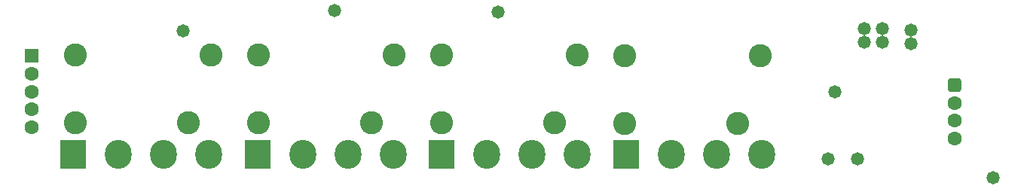
<source format=gbr>
G04*
G04 #@! TF.GenerationSoftware,Altium Limited,Altium Designer,23.0.1 (38)*
G04*
G04 Layer_Color=16711935*
%FSLAX24Y24*%
%MOIN*%
G70*
G04*
G04 #@! TF.SameCoordinates,BEEE6B11-5ECA-4AAD-BFAB-FF97A37F51A9*
G04*
G04*
G04 #@! TF.FilePolarity,Negative*
G04*
G01*
G75*
%ADD33R,0.1180X0.1280*%
%ADD34O,0.1180X0.1280*%
%ADD35C,0.1024*%
%ADD36C,0.0631*%
G04:AMPARAMS|DCode=37|XSize=63.1mil|YSize=63.1mil|CornerRadius=17.8mil|HoleSize=0mil|Usage=FLASHONLY|Rotation=270.000|XOffset=0mil|YOffset=0mil|HoleType=Round|Shape=RoundedRectangle|*
%AMROUNDEDRECTD37*
21,1,0.0631,0.0276,0,0,270.0*
21,1,0.0276,0.0631,0,0,270.0*
1,1,0.0356,-0.0138,-0.0138*
1,1,0.0356,-0.0138,0.0138*
1,1,0.0356,0.0138,0.0138*
1,1,0.0356,0.0138,-0.0138*
%
%ADD37ROUNDEDRECTD37*%
%ADD38R,0.0631X0.0631*%
%ADD39C,0.0580*%
D33*
X60948Y44098D02*
D03*
X36496Y44096D02*
D03*
X52799Y44099D02*
D03*
X44649D02*
D03*
D34*
X66952Y44102D02*
D03*
X64949Y44099D02*
D03*
X62948Y44098D02*
D03*
X42500Y44100D02*
D03*
X40497Y44097D02*
D03*
X38496Y44096D02*
D03*
X58803Y44103D02*
D03*
X56800Y44100D02*
D03*
X54799Y44099D02*
D03*
X46649D02*
D03*
X48650Y44100D02*
D03*
X50653Y44103D02*
D03*
D35*
X60900Y48450D02*
D03*
X66900D02*
D03*
X65900Y45450D02*
D03*
X60900D02*
D03*
X36600Y45500D02*
D03*
X41600D02*
D03*
X42600Y48500D02*
D03*
X36600D02*
D03*
X44700D02*
D03*
X50700D02*
D03*
X49700Y45500D02*
D03*
X44700D02*
D03*
X52800Y48500D02*
D03*
X58800D02*
D03*
X57800Y45500D02*
D03*
X52800D02*
D03*
D36*
X75500Y44800D02*
D03*
Y45587D02*
D03*
Y46375D02*
D03*
X34650Y45300D02*
D03*
Y46088D02*
D03*
Y46875D02*
D03*
Y47663D02*
D03*
D37*
X75500Y47162D02*
D03*
D38*
X34650Y48450D02*
D03*
D39*
X41350Y49550D02*
D03*
X70200Y46850D02*
D03*
X77200Y43050D02*
D03*
X72304Y49075D02*
D03*
X71500Y49675D02*
D03*
X71504Y49075D02*
D03*
X72300Y49675D02*
D03*
X48050Y50450D02*
D03*
X55300Y50400D02*
D03*
X69900Y43900D02*
D03*
X73560Y48996D02*
D03*
X73566Y49607D02*
D03*
X71200Y43900D02*
D03*
M02*

</source>
